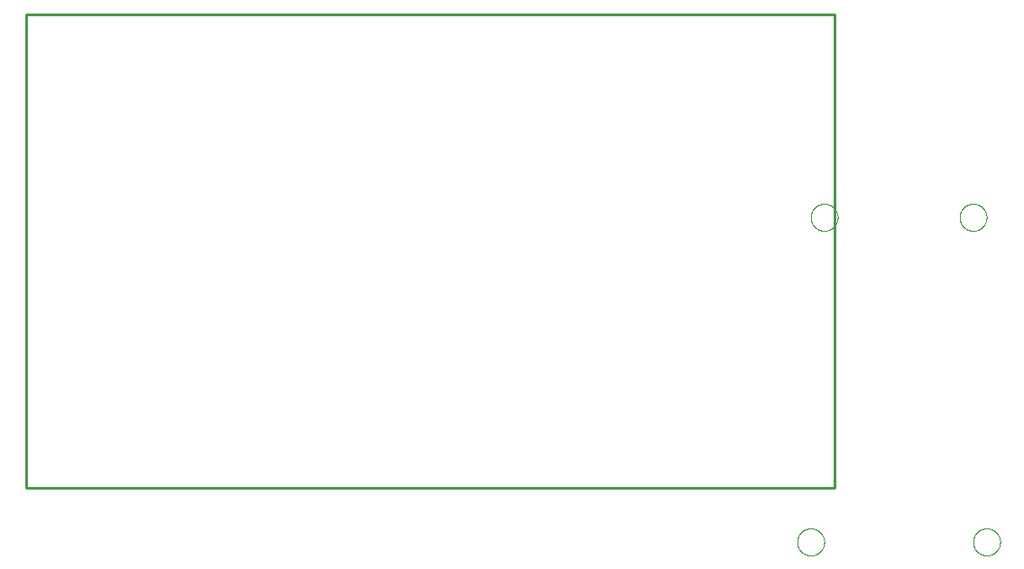
<source format=gko>
G04 EAGLE Gerber RS-274X export*
G75*
%MOMM*%
%FSLAX34Y34*%
%LPD*%
%INOutline*%
%IPPOS*%
%AMOC8*
5,1,8,0,0,1.08239X$1,22.5*%
G01*
%ADD10C,0.000000*%
%ADD11C,0.254000*%


D10*
X241300Y0D02*
X1000000Y0D01*
X1000000Y444400D01*
X241300Y444400D01*
X241300Y0D01*
X965200Y-50800D02*
X965204Y-50488D01*
X965215Y-50177D01*
X965234Y-49866D01*
X965261Y-49555D01*
X965296Y-49245D01*
X965337Y-48937D01*
X965387Y-48629D01*
X965444Y-48322D01*
X965509Y-48017D01*
X965581Y-47714D01*
X965660Y-47413D01*
X965747Y-47113D01*
X965841Y-46816D01*
X965942Y-46521D01*
X966051Y-46229D01*
X966167Y-45940D01*
X966290Y-45653D01*
X966419Y-45370D01*
X966556Y-45090D01*
X966700Y-44813D01*
X966850Y-44540D01*
X967007Y-44271D01*
X967170Y-44006D01*
X967340Y-43744D01*
X967517Y-43487D01*
X967699Y-43235D01*
X967888Y-42987D01*
X968083Y-42743D01*
X968283Y-42505D01*
X968490Y-42271D01*
X968702Y-42043D01*
X968920Y-41820D01*
X969143Y-41602D01*
X969371Y-41390D01*
X969605Y-41183D01*
X969843Y-40983D01*
X970087Y-40788D01*
X970335Y-40599D01*
X970587Y-40417D01*
X970844Y-40240D01*
X971106Y-40070D01*
X971371Y-39907D01*
X971640Y-39750D01*
X971913Y-39600D01*
X972190Y-39456D01*
X972470Y-39319D01*
X972753Y-39190D01*
X973040Y-39067D01*
X973329Y-38951D01*
X973621Y-38842D01*
X973916Y-38741D01*
X974213Y-38647D01*
X974513Y-38560D01*
X974814Y-38481D01*
X975117Y-38409D01*
X975422Y-38344D01*
X975729Y-38287D01*
X976037Y-38237D01*
X976345Y-38196D01*
X976655Y-38161D01*
X976966Y-38134D01*
X977277Y-38115D01*
X977588Y-38104D01*
X977900Y-38100D01*
X978212Y-38104D01*
X978523Y-38115D01*
X978834Y-38134D01*
X979145Y-38161D01*
X979455Y-38196D01*
X979763Y-38237D01*
X980071Y-38287D01*
X980378Y-38344D01*
X980683Y-38409D01*
X980986Y-38481D01*
X981287Y-38560D01*
X981587Y-38647D01*
X981884Y-38741D01*
X982179Y-38842D01*
X982471Y-38951D01*
X982760Y-39067D01*
X983047Y-39190D01*
X983330Y-39319D01*
X983610Y-39456D01*
X983887Y-39600D01*
X984160Y-39750D01*
X984429Y-39907D01*
X984694Y-40070D01*
X984956Y-40240D01*
X985213Y-40417D01*
X985465Y-40599D01*
X985713Y-40788D01*
X985957Y-40983D01*
X986195Y-41183D01*
X986429Y-41390D01*
X986657Y-41602D01*
X986880Y-41820D01*
X987098Y-42043D01*
X987310Y-42271D01*
X987517Y-42505D01*
X987717Y-42743D01*
X987912Y-42987D01*
X988101Y-43235D01*
X988283Y-43487D01*
X988460Y-43744D01*
X988630Y-44006D01*
X988793Y-44271D01*
X988950Y-44540D01*
X989100Y-44813D01*
X989244Y-45090D01*
X989381Y-45370D01*
X989510Y-45653D01*
X989633Y-45940D01*
X989749Y-46229D01*
X989858Y-46521D01*
X989959Y-46816D01*
X990053Y-47113D01*
X990140Y-47413D01*
X990219Y-47714D01*
X990291Y-48017D01*
X990356Y-48322D01*
X990413Y-48629D01*
X990463Y-48937D01*
X990504Y-49245D01*
X990539Y-49555D01*
X990566Y-49866D01*
X990585Y-50177D01*
X990596Y-50488D01*
X990600Y-50800D01*
X990596Y-51112D01*
X990585Y-51423D01*
X990566Y-51734D01*
X990539Y-52045D01*
X990504Y-52355D01*
X990463Y-52663D01*
X990413Y-52971D01*
X990356Y-53278D01*
X990291Y-53583D01*
X990219Y-53886D01*
X990140Y-54187D01*
X990053Y-54487D01*
X989959Y-54784D01*
X989858Y-55079D01*
X989749Y-55371D01*
X989633Y-55660D01*
X989510Y-55947D01*
X989381Y-56230D01*
X989244Y-56510D01*
X989100Y-56787D01*
X988950Y-57060D01*
X988793Y-57329D01*
X988630Y-57594D01*
X988460Y-57856D01*
X988283Y-58113D01*
X988101Y-58365D01*
X987912Y-58613D01*
X987717Y-58857D01*
X987517Y-59095D01*
X987310Y-59329D01*
X987098Y-59557D01*
X986880Y-59780D01*
X986657Y-59998D01*
X986429Y-60210D01*
X986195Y-60417D01*
X985957Y-60617D01*
X985713Y-60812D01*
X985465Y-61001D01*
X985213Y-61183D01*
X984956Y-61360D01*
X984694Y-61530D01*
X984429Y-61693D01*
X984160Y-61850D01*
X983887Y-62000D01*
X983610Y-62144D01*
X983330Y-62281D01*
X983047Y-62410D01*
X982760Y-62533D01*
X982471Y-62649D01*
X982179Y-62758D01*
X981884Y-62859D01*
X981587Y-62953D01*
X981287Y-63040D01*
X980986Y-63119D01*
X980683Y-63191D01*
X980378Y-63256D01*
X980071Y-63313D01*
X979763Y-63363D01*
X979455Y-63404D01*
X979145Y-63439D01*
X978834Y-63466D01*
X978523Y-63485D01*
X978212Y-63496D01*
X977900Y-63500D01*
X977588Y-63496D01*
X977277Y-63485D01*
X976966Y-63466D01*
X976655Y-63439D01*
X976345Y-63404D01*
X976037Y-63363D01*
X975729Y-63313D01*
X975422Y-63256D01*
X975117Y-63191D01*
X974814Y-63119D01*
X974513Y-63040D01*
X974213Y-62953D01*
X973916Y-62859D01*
X973621Y-62758D01*
X973329Y-62649D01*
X973040Y-62533D01*
X972753Y-62410D01*
X972470Y-62281D01*
X972190Y-62144D01*
X971913Y-62000D01*
X971640Y-61850D01*
X971371Y-61693D01*
X971106Y-61530D01*
X970844Y-61360D01*
X970587Y-61183D01*
X970335Y-61001D01*
X970087Y-60812D01*
X969843Y-60617D01*
X969605Y-60417D01*
X969371Y-60210D01*
X969143Y-59998D01*
X968920Y-59780D01*
X968702Y-59557D01*
X968490Y-59329D01*
X968283Y-59095D01*
X968083Y-58857D01*
X967888Y-58613D01*
X967699Y-58365D01*
X967517Y-58113D01*
X967340Y-57856D01*
X967170Y-57594D01*
X967007Y-57329D01*
X966850Y-57060D01*
X966700Y-56787D01*
X966556Y-56510D01*
X966419Y-56230D01*
X966290Y-55947D01*
X966167Y-55660D01*
X966051Y-55371D01*
X965942Y-55079D01*
X965841Y-54784D01*
X965747Y-54487D01*
X965660Y-54187D01*
X965581Y-53886D01*
X965509Y-53583D01*
X965444Y-53278D01*
X965387Y-52971D01*
X965337Y-52663D01*
X965296Y-52355D01*
X965261Y-52045D01*
X965234Y-51734D01*
X965215Y-51423D01*
X965204Y-51112D01*
X965200Y-50800D01*
X1130300Y-50800D02*
X1130304Y-50488D01*
X1130315Y-50177D01*
X1130334Y-49866D01*
X1130361Y-49555D01*
X1130396Y-49245D01*
X1130437Y-48937D01*
X1130487Y-48629D01*
X1130544Y-48322D01*
X1130609Y-48017D01*
X1130681Y-47714D01*
X1130760Y-47413D01*
X1130847Y-47113D01*
X1130941Y-46816D01*
X1131042Y-46521D01*
X1131151Y-46229D01*
X1131267Y-45940D01*
X1131390Y-45653D01*
X1131519Y-45370D01*
X1131656Y-45090D01*
X1131800Y-44813D01*
X1131950Y-44540D01*
X1132107Y-44271D01*
X1132270Y-44006D01*
X1132440Y-43744D01*
X1132617Y-43487D01*
X1132799Y-43235D01*
X1132988Y-42987D01*
X1133183Y-42743D01*
X1133383Y-42505D01*
X1133590Y-42271D01*
X1133802Y-42043D01*
X1134020Y-41820D01*
X1134243Y-41602D01*
X1134471Y-41390D01*
X1134705Y-41183D01*
X1134943Y-40983D01*
X1135187Y-40788D01*
X1135435Y-40599D01*
X1135687Y-40417D01*
X1135944Y-40240D01*
X1136206Y-40070D01*
X1136471Y-39907D01*
X1136740Y-39750D01*
X1137013Y-39600D01*
X1137290Y-39456D01*
X1137570Y-39319D01*
X1137853Y-39190D01*
X1138140Y-39067D01*
X1138429Y-38951D01*
X1138721Y-38842D01*
X1139016Y-38741D01*
X1139313Y-38647D01*
X1139613Y-38560D01*
X1139914Y-38481D01*
X1140217Y-38409D01*
X1140522Y-38344D01*
X1140829Y-38287D01*
X1141137Y-38237D01*
X1141445Y-38196D01*
X1141755Y-38161D01*
X1142066Y-38134D01*
X1142377Y-38115D01*
X1142688Y-38104D01*
X1143000Y-38100D01*
X1143312Y-38104D01*
X1143623Y-38115D01*
X1143934Y-38134D01*
X1144245Y-38161D01*
X1144555Y-38196D01*
X1144863Y-38237D01*
X1145171Y-38287D01*
X1145478Y-38344D01*
X1145783Y-38409D01*
X1146086Y-38481D01*
X1146387Y-38560D01*
X1146687Y-38647D01*
X1146984Y-38741D01*
X1147279Y-38842D01*
X1147571Y-38951D01*
X1147860Y-39067D01*
X1148147Y-39190D01*
X1148430Y-39319D01*
X1148710Y-39456D01*
X1148987Y-39600D01*
X1149260Y-39750D01*
X1149529Y-39907D01*
X1149794Y-40070D01*
X1150056Y-40240D01*
X1150313Y-40417D01*
X1150565Y-40599D01*
X1150813Y-40788D01*
X1151057Y-40983D01*
X1151295Y-41183D01*
X1151529Y-41390D01*
X1151757Y-41602D01*
X1151980Y-41820D01*
X1152198Y-42043D01*
X1152410Y-42271D01*
X1152617Y-42505D01*
X1152817Y-42743D01*
X1153012Y-42987D01*
X1153201Y-43235D01*
X1153383Y-43487D01*
X1153560Y-43744D01*
X1153730Y-44006D01*
X1153893Y-44271D01*
X1154050Y-44540D01*
X1154200Y-44813D01*
X1154344Y-45090D01*
X1154481Y-45370D01*
X1154610Y-45653D01*
X1154733Y-45940D01*
X1154849Y-46229D01*
X1154958Y-46521D01*
X1155059Y-46816D01*
X1155153Y-47113D01*
X1155240Y-47413D01*
X1155319Y-47714D01*
X1155391Y-48017D01*
X1155456Y-48322D01*
X1155513Y-48629D01*
X1155563Y-48937D01*
X1155604Y-49245D01*
X1155639Y-49555D01*
X1155666Y-49866D01*
X1155685Y-50177D01*
X1155696Y-50488D01*
X1155700Y-50800D01*
X1155696Y-51112D01*
X1155685Y-51423D01*
X1155666Y-51734D01*
X1155639Y-52045D01*
X1155604Y-52355D01*
X1155563Y-52663D01*
X1155513Y-52971D01*
X1155456Y-53278D01*
X1155391Y-53583D01*
X1155319Y-53886D01*
X1155240Y-54187D01*
X1155153Y-54487D01*
X1155059Y-54784D01*
X1154958Y-55079D01*
X1154849Y-55371D01*
X1154733Y-55660D01*
X1154610Y-55947D01*
X1154481Y-56230D01*
X1154344Y-56510D01*
X1154200Y-56787D01*
X1154050Y-57060D01*
X1153893Y-57329D01*
X1153730Y-57594D01*
X1153560Y-57856D01*
X1153383Y-58113D01*
X1153201Y-58365D01*
X1153012Y-58613D01*
X1152817Y-58857D01*
X1152617Y-59095D01*
X1152410Y-59329D01*
X1152198Y-59557D01*
X1151980Y-59780D01*
X1151757Y-59998D01*
X1151529Y-60210D01*
X1151295Y-60417D01*
X1151057Y-60617D01*
X1150813Y-60812D01*
X1150565Y-61001D01*
X1150313Y-61183D01*
X1150056Y-61360D01*
X1149794Y-61530D01*
X1149529Y-61693D01*
X1149260Y-61850D01*
X1148987Y-62000D01*
X1148710Y-62144D01*
X1148430Y-62281D01*
X1148147Y-62410D01*
X1147860Y-62533D01*
X1147571Y-62649D01*
X1147279Y-62758D01*
X1146984Y-62859D01*
X1146687Y-62953D01*
X1146387Y-63040D01*
X1146086Y-63119D01*
X1145783Y-63191D01*
X1145478Y-63256D01*
X1145171Y-63313D01*
X1144863Y-63363D01*
X1144555Y-63404D01*
X1144245Y-63439D01*
X1143934Y-63466D01*
X1143623Y-63485D01*
X1143312Y-63496D01*
X1143000Y-63500D01*
X1142688Y-63496D01*
X1142377Y-63485D01*
X1142066Y-63466D01*
X1141755Y-63439D01*
X1141445Y-63404D01*
X1141137Y-63363D01*
X1140829Y-63313D01*
X1140522Y-63256D01*
X1140217Y-63191D01*
X1139914Y-63119D01*
X1139613Y-63040D01*
X1139313Y-62953D01*
X1139016Y-62859D01*
X1138721Y-62758D01*
X1138429Y-62649D01*
X1138140Y-62533D01*
X1137853Y-62410D01*
X1137570Y-62281D01*
X1137290Y-62144D01*
X1137013Y-62000D01*
X1136740Y-61850D01*
X1136471Y-61693D01*
X1136206Y-61530D01*
X1135944Y-61360D01*
X1135687Y-61183D01*
X1135435Y-61001D01*
X1135187Y-60812D01*
X1134943Y-60617D01*
X1134705Y-60417D01*
X1134471Y-60210D01*
X1134243Y-59998D01*
X1134020Y-59780D01*
X1133802Y-59557D01*
X1133590Y-59329D01*
X1133383Y-59095D01*
X1133183Y-58857D01*
X1132988Y-58613D01*
X1132799Y-58365D01*
X1132617Y-58113D01*
X1132440Y-57856D01*
X1132270Y-57594D01*
X1132107Y-57329D01*
X1131950Y-57060D01*
X1131800Y-56787D01*
X1131656Y-56510D01*
X1131519Y-56230D01*
X1131390Y-55947D01*
X1131267Y-55660D01*
X1131151Y-55371D01*
X1131042Y-55079D01*
X1130941Y-54784D01*
X1130847Y-54487D01*
X1130760Y-54187D01*
X1130681Y-53886D01*
X1130609Y-53583D01*
X1130544Y-53278D01*
X1130487Y-52971D01*
X1130437Y-52663D01*
X1130396Y-52355D01*
X1130361Y-52045D01*
X1130334Y-51734D01*
X1130315Y-51423D01*
X1130304Y-51112D01*
X1130300Y-50800D01*
X977900Y254000D02*
X977904Y254312D01*
X977915Y254623D01*
X977934Y254934D01*
X977961Y255245D01*
X977996Y255555D01*
X978037Y255863D01*
X978087Y256171D01*
X978144Y256478D01*
X978209Y256783D01*
X978281Y257086D01*
X978360Y257387D01*
X978447Y257687D01*
X978541Y257984D01*
X978642Y258279D01*
X978751Y258571D01*
X978867Y258860D01*
X978990Y259147D01*
X979119Y259430D01*
X979256Y259710D01*
X979400Y259987D01*
X979550Y260260D01*
X979707Y260529D01*
X979870Y260794D01*
X980040Y261056D01*
X980217Y261313D01*
X980399Y261565D01*
X980588Y261813D01*
X980783Y262057D01*
X980983Y262295D01*
X981190Y262529D01*
X981402Y262757D01*
X981620Y262980D01*
X981843Y263198D01*
X982071Y263410D01*
X982305Y263617D01*
X982543Y263817D01*
X982787Y264012D01*
X983035Y264201D01*
X983287Y264383D01*
X983544Y264560D01*
X983806Y264730D01*
X984071Y264893D01*
X984340Y265050D01*
X984613Y265200D01*
X984890Y265344D01*
X985170Y265481D01*
X985453Y265610D01*
X985740Y265733D01*
X986029Y265849D01*
X986321Y265958D01*
X986616Y266059D01*
X986913Y266153D01*
X987213Y266240D01*
X987514Y266319D01*
X987817Y266391D01*
X988122Y266456D01*
X988429Y266513D01*
X988737Y266563D01*
X989045Y266604D01*
X989355Y266639D01*
X989666Y266666D01*
X989977Y266685D01*
X990288Y266696D01*
X990600Y266700D01*
X990912Y266696D01*
X991223Y266685D01*
X991534Y266666D01*
X991845Y266639D01*
X992155Y266604D01*
X992463Y266563D01*
X992771Y266513D01*
X993078Y266456D01*
X993383Y266391D01*
X993686Y266319D01*
X993987Y266240D01*
X994287Y266153D01*
X994584Y266059D01*
X994879Y265958D01*
X995171Y265849D01*
X995460Y265733D01*
X995747Y265610D01*
X996030Y265481D01*
X996310Y265344D01*
X996587Y265200D01*
X996860Y265050D01*
X997129Y264893D01*
X997394Y264730D01*
X997656Y264560D01*
X997913Y264383D01*
X998165Y264201D01*
X998413Y264012D01*
X998657Y263817D01*
X998895Y263617D01*
X999129Y263410D01*
X999357Y263198D01*
X999580Y262980D01*
X999798Y262757D01*
X1000010Y262529D01*
X1000217Y262295D01*
X1000417Y262057D01*
X1000612Y261813D01*
X1000801Y261565D01*
X1000983Y261313D01*
X1001160Y261056D01*
X1001330Y260794D01*
X1001493Y260529D01*
X1001650Y260260D01*
X1001800Y259987D01*
X1001944Y259710D01*
X1002081Y259430D01*
X1002210Y259147D01*
X1002333Y258860D01*
X1002449Y258571D01*
X1002558Y258279D01*
X1002659Y257984D01*
X1002753Y257687D01*
X1002840Y257387D01*
X1002919Y257086D01*
X1002991Y256783D01*
X1003056Y256478D01*
X1003113Y256171D01*
X1003163Y255863D01*
X1003204Y255555D01*
X1003239Y255245D01*
X1003266Y254934D01*
X1003285Y254623D01*
X1003296Y254312D01*
X1003300Y254000D01*
X1003296Y253688D01*
X1003285Y253377D01*
X1003266Y253066D01*
X1003239Y252755D01*
X1003204Y252445D01*
X1003163Y252137D01*
X1003113Y251829D01*
X1003056Y251522D01*
X1002991Y251217D01*
X1002919Y250914D01*
X1002840Y250613D01*
X1002753Y250313D01*
X1002659Y250016D01*
X1002558Y249721D01*
X1002449Y249429D01*
X1002333Y249140D01*
X1002210Y248853D01*
X1002081Y248570D01*
X1001944Y248290D01*
X1001800Y248013D01*
X1001650Y247740D01*
X1001493Y247471D01*
X1001330Y247206D01*
X1001160Y246944D01*
X1000983Y246687D01*
X1000801Y246435D01*
X1000612Y246187D01*
X1000417Y245943D01*
X1000217Y245705D01*
X1000010Y245471D01*
X999798Y245243D01*
X999580Y245020D01*
X999357Y244802D01*
X999129Y244590D01*
X998895Y244383D01*
X998657Y244183D01*
X998413Y243988D01*
X998165Y243799D01*
X997913Y243617D01*
X997656Y243440D01*
X997394Y243270D01*
X997129Y243107D01*
X996860Y242950D01*
X996587Y242800D01*
X996310Y242656D01*
X996030Y242519D01*
X995747Y242390D01*
X995460Y242267D01*
X995171Y242151D01*
X994879Y242042D01*
X994584Y241941D01*
X994287Y241847D01*
X993987Y241760D01*
X993686Y241681D01*
X993383Y241609D01*
X993078Y241544D01*
X992771Y241487D01*
X992463Y241437D01*
X992155Y241396D01*
X991845Y241361D01*
X991534Y241334D01*
X991223Y241315D01*
X990912Y241304D01*
X990600Y241300D01*
X990288Y241304D01*
X989977Y241315D01*
X989666Y241334D01*
X989355Y241361D01*
X989045Y241396D01*
X988737Y241437D01*
X988429Y241487D01*
X988122Y241544D01*
X987817Y241609D01*
X987514Y241681D01*
X987213Y241760D01*
X986913Y241847D01*
X986616Y241941D01*
X986321Y242042D01*
X986029Y242151D01*
X985740Y242267D01*
X985453Y242390D01*
X985170Y242519D01*
X984890Y242656D01*
X984613Y242800D01*
X984340Y242950D01*
X984071Y243107D01*
X983806Y243270D01*
X983544Y243440D01*
X983287Y243617D01*
X983035Y243799D01*
X982787Y243988D01*
X982543Y244183D01*
X982305Y244383D01*
X982071Y244590D01*
X981843Y244802D01*
X981620Y245020D01*
X981402Y245243D01*
X981190Y245471D01*
X980983Y245705D01*
X980783Y245943D01*
X980588Y246187D01*
X980399Y246435D01*
X980217Y246687D01*
X980040Y246944D01*
X979870Y247206D01*
X979707Y247471D01*
X979550Y247740D01*
X979400Y248013D01*
X979256Y248290D01*
X979119Y248570D01*
X978990Y248853D01*
X978867Y249140D01*
X978751Y249429D01*
X978642Y249721D01*
X978541Y250016D01*
X978447Y250313D01*
X978360Y250613D01*
X978281Y250914D01*
X978209Y251217D01*
X978144Y251522D01*
X978087Y251829D01*
X978037Y252137D01*
X977996Y252445D01*
X977961Y252755D01*
X977934Y253066D01*
X977915Y253377D01*
X977904Y253688D01*
X977900Y254000D01*
X1117600Y254000D02*
X1117604Y254312D01*
X1117615Y254623D01*
X1117634Y254934D01*
X1117661Y255245D01*
X1117696Y255555D01*
X1117737Y255863D01*
X1117787Y256171D01*
X1117844Y256478D01*
X1117909Y256783D01*
X1117981Y257086D01*
X1118060Y257387D01*
X1118147Y257687D01*
X1118241Y257984D01*
X1118342Y258279D01*
X1118451Y258571D01*
X1118567Y258860D01*
X1118690Y259147D01*
X1118819Y259430D01*
X1118956Y259710D01*
X1119100Y259987D01*
X1119250Y260260D01*
X1119407Y260529D01*
X1119570Y260794D01*
X1119740Y261056D01*
X1119917Y261313D01*
X1120099Y261565D01*
X1120288Y261813D01*
X1120483Y262057D01*
X1120683Y262295D01*
X1120890Y262529D01*
X1121102Y262757D01*
X1121320Y262980D01*
X1121543Y263198D01*
X1121771Y263410D01*
X1122005Y263617D01*
X1122243Y263817D01*
X1122487Y264012D01*
X1122735Y264201D01*
X1122987Y264383D01*
X1123244Y264560D01*
X1123506Y264730D01*
X1123771Y264893D01*
X1124040Y265050D01*
X1124313Y265200D01*
X1124590Y265344D01*
X1124870Y265481D01*
X1125153Y265610D01*
X1125440Y265733D01*
X1125729Y265849D01*
X1126021Y265958D01*
X1126316Y266059D01*
X1126613Y266153D01*
X1126913Y266240D01*
X1127214Y266319D01*
X1127517Y266391D01*
X1127822Y266456D01*
X1128129Y266513D01*
X1128437Y266563D01*
X1128745Y266604D01*
X1129055Y266639D01*
X1129366Y266666D01*
X1129677Y266685D01*
X1129988Y266696D01*
X1130300Y266700D01*
X1130612Y266696D01*
X1130923Y266685D01*
X1131234Y266666D01*
X1131545Y266639D01*
X1131855Y266604D01*
X1132163Y266563D01*
X1132471Y266513D01*
X1132778Y266456D01*
X1133083Y266391D01*
X1133386Y266319D01*
X1133687Y266240D01*
X1133987Y266153D01*
X1134284Y266059D01*
X1134579Y265958D01*
X1134871Y265849D01*
X1135160Y265733D01*
X1135447Y265610D01*
X1135730Y265481D01*
X1136010Y265344D01*
X1136287Y265200D01*
X1136560Y265050D01*
X1136829Y264893D01*
X1137094Y264730D01*
X1137356Y264560D01*
X1137613Y264383D01*
X1137865Y264201D01*
X1138113Y264012D01*
X1138357Y263817D01*
X1138595Y263617D01*
X1138829Y263410D01*
X1139057Y263198D01*
X1139280Y262980D01*
X1139498Y262757D01*
X1139710Y262529D01*
X1139917Y262295D01*
X1140117Y262057D01*
X1140312Y261813D01*
X1140501Y261565D01*
X1140683Y261313D01*
X1140860Y261056D01*
X1141030Y260794D01*
X1141193Y260529D01*
X1141350Y260260D01*
X1141500Y259987D01*
X1141644Y259710D01*
X1141781Y259430D01*
X1141910Y259147D01*
X1142033Y258860D01*
X1142149Y258571D01*
X1142258Y258279D01*
X1142359Y257984D01*
X1142453Y257687D01*
X1142540Y257387D01*
X1142619Y257086D01*
X1142691Y256783D01*
X1142756Y256478D01*
X1142813Y256171D01*
X1142863Y255863D01*
X1142904Y255555D01*
X1142939Y255245D01*
X1142966Y254934D01*
X1142985Y254623D01*
X1142996Y254312D01*
X1143000Y254000D01*
X1142996Y253688D01*
X1142985Y253377D01*
X1142966Y253066D01*
X1142939Y252755D01*
X1142904Y252445D01*
X1142863Y252137D01*
X1142813Y251829D01*
X1142756Y251522D01*
X1142691Y251217D01*
X1142619Y250914D01*
X1142540Y250613D01*
X1142453Y250313D01*
X1142359Y250016D01*
X1142258Y249721D01*
X1142149Y249429D01*
X1142033Y249140D01*
X1141910Y248853D01*
X1141781Y248570D01*
X1141644Y248290D01*
X1141500Y248013D01*
X1141350Y247740D01*
X1141193Y247471D01*
X1141030Y247206D01*
X1140860Y246944D01*
X1140683Y246687D01*
X1140501Y246435D01*
X1140312Y246187D01*
X1140117Y245943D01*
X1139917Y245705D01*
X1139710Y245471D01*
X1139498Y245243D01*
X1139280Y245020D01*
X1139057Y244802D01*
X1138829Y244590D01*
X1138595Y244383D01*
X1138357Y244183D01*
X1138113Y243988D01*
X1137865Y243799D01*
X1137613Y243617D01*
X1137356Y243440D01*
X1137094Y243270D01*
X1136829Y243107D01*
X1136560Y242950D01*
X1136287Y242800D01*
X1136010Y242656D01*
X1135730Y242519D01*
X1135447Y242390D01*
X1135160Y242267D01*
X1134871Y242151D01*
X1134579Y242042D01*
X1134284Y241941D01*
X1133987Y241847D01*
X1133687Y241760D01*
X1133386Y241681D01*
X1133083Y241609D01*
X1132778Y241544D01*
X1132471Y241487D01*
X1132163Y241437D01*
X1131855Y241396D01*
X1131545Y241361D01*
X1131234Y241334D01*
X1130923Y241315D01*
X1130612Y241304D01*
X1130300Y241300D01*
X1129988Y241304D01*
X1129677Y241315D01*
X1129366Y241334D01*
X1129055Y241361D01*
X1128745Y241396D01*
X1128437Y241437D01*
X1128129Y241487D01*
X1127822Y241544D01*
X1127517Y241609D01*
X1127214Y241681D01*
X1126913Y241760D01*
X1126613Y241847D01*
X1126316Y241941D01*
X1126021Y242042D01*
X1125729Y242151D01*
X1125440Y242267D01*
X1125153Y242390D01*
X1124870Y242519D01*
X1124590Y242656D01*
X1124313Y242800D01*
X1124040Y242950D01*
X1123771Y243107D01*
X1123506Y243270D01*
X1123244Y243440D01*
X1122987Y243617D01*
X1122735Y243799D01*
X1122487Y243988D01*
X1122243Y244183D01*
X1122005Y244383D01*
X1121771Y244590D01*
X1121543Y244802D01*
X1121320Y245020D01*
X1121102Y245243D01*
X1120890Y245471D01*
X1120683Y245705D01*
X1120483Y245943D01*
X1120288Y246187D01*
X1120099Y246435D01*
X1119917Y246687D01*
X1119740Y246944D01*
X1119570Y247206D01*
X1119407Y247471D01*
X1119250Y247740D01*
X1119100Y248013D01*
X1118956Y248290D01*
X1118819Y248570D01*
X1118690Y248853D01*
X1118567Y249140D01*
X1118451Y249429D01*
X1118342Y249721D01*
X1118241Y250016D01*
X1118147Y250313D01*
X1118060Y250613D01*
X1117981Y250914D01*
X1117909Y251217D01*
X1117844Y251522D01*
X1117787Y251829D01*
X1117737Y252137D01*
X1117696Y252445D01*
X1117661Y252755D01*
X1117634Y253066D01*
X1117615Y253377D01*
X1117604Y253688D01*
X1117600Y254000D01*
D11*
X241300Y0D02*
X1000000Y0D01*
X1000000Y444400D01*
X241300Y444400D01*
X241300Y0D01*
M02*

</source>
